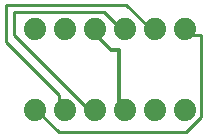
<source format=gbr>
G04 EAGLE Gerber RS-274X export*
G75*
%MOMM*%
%FSLAX34Y34*%
%LPD*%
%INBottom Copper*%
%IPPOS*%
%AMOC8*
5,1,8,0,0,1.08239X$1,22.5*%
G01*
%ADD10C,1.879600*%
%ADD11C,0.304800*%
%ADD12C,0.254000*%


D10*
X170180Y297180D03*
X144780Y297180D03*
X119380Y297180D03*
X93980Y297180D03*
X68580Y297180D03*
X43180Y297180D03*
X43180Y228600D03*
X68580Y228600D03*
X93980Y228600D03*
X119380Y228600D03*
X144780Y228600D03*
X170180Y228600D03*
D11*
X114300Y228600D02*
X114300Y279400D01*
X107950Y279400D01*
X95250Y292100D01*
X114300Y228600D02*
X119380Y228600D01*
X95250Y292100D02*
X93980Y297180D01*
D12*
X63500Y241300D02*
X63500Y228600D01*
X63500Y241300D02*
X19050Y285750D01*
X19050Y317500D01*
X120650Y317500D01*
X139700Y298450D01*
X68580Y228600D02*
X63500Y228600D01*
X139700Y298450D02*
X144780Y297180D01*
X63500Y209550D02*
X44450Y228600D01*
X63500Y209550D02*
X171450Y209550D01*
X184150Y222250D01*
X184150Y292100D01*
X171450Y292100D01*
X44450Y228600D02*
X43180Y228600D01*
X171450Y292100D02*
X170180Y297180D01*
X88900Y228600D02*
X25400Y292100D01*
X25400Y311150D01*
X101600Y311150D01*
X114300Y298450D01*
X93980Y228600D02*
X88900Y228600D01*
X114300Y298450D02*
X119380Y297180D01*
M02*

</source>
